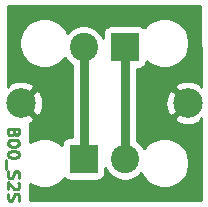
<source format=gbr>
G04 #@! TF.GenerationSoftware,KiCad,Pcbnew,5.1.5-52549c5~86~ubuntu18.04.1*
G04 #@! TF.CreationDate,2020-09-04T14:55:25-05:00*
G04 #@! TF.ProjectId,B00,4230302e-6b69-4636-9164-5f7063625858,rev?*
G04 #@! TF.SameCoordinates,Original*
G04 #@! TF.FileFunction,Copper,L1,Top*
G04 #@! TF.FilePolarity,Positive*
%FSLAX46Y46*%
G04 Gerber Fmt 4.6, Leading zero omitted, Abs format (unit mm)*
G04 Created by KiCad (PCBNEW 5.1.5-52549c5~86~ubuntu18.04.1) date 2020-09-04 14:55:25*
%MOMM*%
%LPD*%
G04 APERTURE LIST*
%ADD10C,0.250000*%
%ADD11C,2.400000*%
%ADD12R,2.400000X2.400000*%
%ADD13C,2.499360*%
%ADD14C,0.750000*%
%ADD15C,0.254000*%
G04 APERTURE END LIST*
D10*
X21229628Y-31396323D02*
X21182009Y-31539180D01*
X21134390Y-31586800D01*
X21039152Y-31634419D01*
X20896295Y-31634419D01*
X20801057Y-31586800D01*
X20753438Y-31539180D01*
X20705819Y-31443942D01*
X20705819Y-31062990D01*
X21705819Y-31062990D01*
X21705819Y-31396323D01*
X21658200Y-31491561D01*
X21610580Y-31539180D01*
X21515342Y-31586800D01*
X21420104Y-31586800D01*
X21324866Y-31539180D01*
X21277247Y-31491561D01*
X21229628Y-31396323D01*
X21229628Y-31062990D01*
X21705819Y-32253466D02*
X21705819Y-32348704D01*
X21658200Y-32443942D01*
X21610580Y-32491561D01*
X21515342Y-32539180D01*
X21324866Y-32586800D01*
X21086771Y-32586800D01*
X20896295Y-32539180D01*
X20801057Y-32491561D01*
X20753438Y-32443942D01*
X20705819Y-32348704D01*
X20705819Y-32253466D01*
X20753438Y-32158228D01*
X20801057Y-32110609D01*
X20896295Y-32062990D01*
X21086771Y-32015371D01*
X21324866Y-32015371D01*
X21515342Y-32062990D01*
X21610580Y-32110609D01*
X21658200Y-32158228D01*
X21705819Y-32253466D01*
X21705819Y-33205847D02*
X21705819Y-33301085D01*
X21658200Y-33396323D01*
X21610580Y-33443942D01*
X21515342Y-33491561D01*
X21324866Y-33539180D01*
X21086771Y-33539180D01*
X20896295Y-33491561D01*
X20801057Y-33443942D01*
X20753438Y-33396323D01*
X20705819Y-33301085D01*
X20705819Y-33205847D01*
X20753438Y-33110609D01*
X20801057Y-33062990D01*
X20896295Y-33015371D01*
X21086771Y-32967752D01*
X21324866Y-32967752D01*
X21515342Y-33015371D01*
X21610580Y-33062990D01*
X21658200Y-33110609D01*
X21705819Y-33205847D01*
X20610580Y-33729657D02*
X20610580Y-34491561D01*
X20753438Y-34682038D02*
X20705819Y-34824895D01*
X20705819Y-35062990D01*
X20753438Y-35158228D01*
X20801057Y-35205847D01*
X20896295Y-35253466D01*
X20991533Y-35253466D01*
X21086771Y-35205847D01*
X21134390Y-35158228D01*
X21182009Y-35062990D01*
X21229628Y-34872514D01*
X21277247Y-34777276D01*
X21324866Y-34729657D01*
X21420104Y-34682038D01*
X21515342Y-34682038D01*
X21610580Y-34729657D01*
X21658200Y-34777276D01*
X21705819Y-34872514D01*
X21705819Y-35110609D01*
X21658200Y-35253466D01*
X21610580Y-35634419D02*
X21658200Y-35682038D01*
X21705819Y-35777276D01*
X21705819Y-36015371D01*
X21658200Y-36110609D01*
X21610580Y-36158228D01*
X21515342Y-36205847D01*
X21420104Y-36205847D01*
X21277247Y-36158228D01*
X20705819Y-35586800D01*
X20705819Y-36205847D01*
X20753438Y-36586800D02*
X20705819Y-36729657D01*
X20705819Y-36967752D01*
X20753438Y-37062990D01*
X20801057Y-37110609D01*
X20896295Y-37158228D01*
X20991533Y-37158228D01*
X21086771Y-37110609D01*
X21134390Y-37062990D01*
X21182009Y-36967752D01*
X21229628Y-36777276D01*
X21277247Y-36682038D01*
X21324866Y-36634419D01*
X21420104Y-36586800D01*
X21515342Y-36586800D01*
X21610580Y-36634419D01*
X21658200Y-36682038D01*
X21705819Y-36777276D01*
X21705819Y-37015371D01*
X21658200Y-37158228D01*
D11*
X30640000Y-33624600D03*
D12*
X27140000Y-33624600D03*
D11*
X27140000Y-24155400D03*
D12*
X30640000Y-24155400D03*
D13*
X21818600Y-28890000D03*
X35961400Y-28890000D03*
D14*
X27140000Y-33624600D02*
X27140000Y-24155400D01*
X30640000Y-24155400D02*
X30640000Y-33624600D01*
D15*
G36*
X36984115Y-20726015D02*
G01*
X37076961Y-27534677D01*
X36969296Y-27286685D01*
X36637138Y-27120861D01*
X36279013Y-27023025D01*
X35908681Y-26996935D01*
X35540375Y-27043595D01*
X35188249Y-27161211D01*
X34953504Y-27286685D01*
X34827629Y-27576623D01*
X35961400Y-28710395D01*
X35975542Y-28696252D01*
X36155148Y-28875858D01*
X36141005Y-28890000D01*
X36155148Y-28904142D01*
X35975542Y-29083748D01*
X35961400Y-29069605D01*
X34827629Y-30203377D01*
X34953504Y-30493315D01*
X35285662Y-30659139D01*
X35643787Y-30756975D01*
X36014119Y-30783065D01*
X36382425Y-30736405D01*
X36734551Y-30618789D01*
X36969296Y-30493315D01*
X37095170Y-30203378D01*
X37113603Y-30221811D01*
X37120001Y-30690971D01*
X37120001Y-37120000D01*
X22575700Y-37120000D01*
X22575700Y-35713010D01*
X22798698Y-35862012D01*
X23187244Y-36022953D01*
X23599721Y-36105000D01*
X24020279Y-36105000D01*
X24432756Y-36022953D01*
X24821302Y-35862012D01*
X25170983Y-35628363D01*
X25468363Y-35330983D01*
X25499426Y-35284493D01*
X25585506Y-35355137D01*
X25695820Y-35414102D01*
X25815518Y-35450412D01*
X25940000Y-35462672D01*
X28340000Y-35462672D01*
X28464482Y-35450412D01*
X28584180Y-35414102D01*
X28694494Y-35355137D01*
X28791185Y-35275785D01*
X28870537Y-35179094D01*
X28929502Y-35068780D01*
X28965812Y-34949082D01*
X28978072Y-34824600D01*
X28978072Y-34407438D01*
X29013844Y-34493799D01*
X29214662Y-34794344D01*
X29470256Y-35049938D01*
X29770801Y-35250756D01*
X30104750Y-35389082D01*
X30459268Y-35459600D01*
X30820732Y-35459600D01*
X31175250Y-35389082D01*
X31509199Y-35250756D01*
X31809744Y-35049938D01*
X32019524Y-34840158D01*
X32077988Y-34981302D01*
X32311637Y-35330983D01*
X32609017Y-35628363D01*
X32958698Y-35862012D01*
X33347244Y-36022953D01*
X33759721Y-36105000D01*
X34180279Y-36105000D01*
X34592756Y-36022953D01*
X34981302Y-35862012D01*
X35330983Y-35628363D01*
X35628363Y-35330983D01*
X35862012Y-34981302D01*
X36022953Y-34592756D01*
X36105000Y-34180279D01*
X36105000Y-33759721D01*
X36022953Y-33347244D01*
X35862012Y-32958698D01*
X35628363Y-32609017D01*
X35330983Y-32311637D01*
X34981302Y-32077988D01*
X34592756Y-31917047D01*
X34180279Y-31835000D01*
X33759721Y-31835000D01*
X33347244Y-31917047D01*
X32958698Y-32077988D01*
X32609017Y-32311637D01*
X32311637Y-32609017D01*
X32239991Y-32716243D01*
X32065338Y-32454856D01*
X31809744Y-32199262D01*
X31650000Y-32092524D01*
X31650000Y-28942719D01*
X34068335Y-28942719D01*
X34114995Y-29311025D01*
X34232611Y-29663151D01*
X34358085Y-29897896D01*
X34648023Y-30023771D01*
X35781795Y-28890000D01*
X34648023Y-27756229D01*
X34358085Y-27882104D01*
X34192261Y-28214262D01*
X34094425Y-28572387D01*
X34068335Y-28942719D01*
X31650000Y-28942719D01*
X31650000Y-25993472D01*
X31840000Y-25993472D01*
X31964482Y-25981212D01*
X32084180Y-25944902D01*
X32194494Y-25885937D01*
X32291185Y-25806585D01*
X32370537Y-25709894D01*
X32429502Y-25599580D01*
X32465812Y-25479882D01*
X32478072Y-25355400D01*
X32478072Y-25337418D01*
X32609017Y-25468363D01*
X32958698Y-25702012D01*
X33347244Y-25862953D01*
X33759721Y-25945000D01*
X34180279Y-25945000D01*
X34592756Y-25862953D01*
X34981302Y-25702012D01*
X35330983Y-25468363D01*
X35628363Y-25170983D01*
X35862012Y-24821302D01*
X36022953Y-24432756D01*
X36105000Y-24020279D01*
X36105000Y-23599721D01*
X36022953Y-23187244D01*
X35862012Y-22798698D01*
X35628363Y-22449017D01*
X35330983Y-22151637D01*
X34981302Y-21917988D01*
X34592756Y-21757047D01*
X34180279Y-21675000D01*
X33759721Y-21675000D01*
X33347244Y-21757047D01*
X32958698Y-21917988D01*
X32609017Y-22151637D01*
X32311637Y-22449017D01*
X32280574Y-22495507D01*
X32194494Y-22424863D01*
X32084180Y-22365898D01*
X31964482Y-22329588D01*
X31840000Y-22317328D01*
X29440000Y-22317328D01*
X29315518Y-22329588D01*
X29195820Y-22365898D01*
X29085506Y-22424863D01*
X28988815Y-22504215D01*
X28909463Y-22600906D01*
X28850498Y-22711220D01*
X28814188Y-22830918D01*
X28801928Y-22955400D01*
X28801928Y-23372562D01*
X28766156Y-23286201D01*
X28565338Y-22985656D01*
X28309744Y-22730062D01*
X28009199Y-22529244D01*
X27675250Y-22390918D01*
X27320732Y-22320400D01*
X26959268Y-22320400D01*
X26604750Y-22390918D01*
X26270801Y-22529244D01*
X25970256Y-22730062D01*
X25760476Y-22939842D01*
X25702012Y-22798698D01*
X25468363Y-22449017D01*
X25170983Y-22151637D01*
X24821302Y-21917988D01*
X24432756Y-21757047D01*
X24020279Y-21675000D01*
X23599721Y-21675000D01*
X23187244Y-21757047D01*
X22798698Y-21917988D01*
X22449017Y-22151637D01*
X22151637Y-22449017D01*
X21917988Y-22798698D01*
X21757047Y-23187244D01*
X21675000Y-23599721D01*
X21675000Y-24020279D01*
X21757047Y-24432756D01*
X21917988Y-24821302D01*
X22151637Y-25170983D01*
X22449017Y-25468363D01*
X22798698Y-25702012D01*
X23187244Y-25862953D01*
X23599721Y-25945000D01*
X24020279Y-25945000D01*
X24432756Y-25862953D01*
X24821302Y-25702012D01*
X25170983Y-25468363D01*
X25468363Y-25170983D01*
X25540009Y-25063757D01*
X25714662Y-25325144D01*
X25970256Y-25580738D01*
X26130001Y-25687476D01*
X26130000Y-31786528D01*
X25940000Y-31786528D01*
X25815518Y-31798788D01*
X25695820Y-31835098D01*
X25585506Y-31894063D01*
X25488815Y-31973415D01*
X25409463Y-32070106D01*
X25350498Y-32180420D01*
X25314188Y-32300118D01*
X25301928Y-32424600D01*
X25301928Y-32442582D01*
X25170983Y-32311637D01*
X24821302Y-32077988D01*
X24432756Y-31917047D01*
X24020279Y-31835000D01*
X23599721Y-31835000D01*
X23187244Y-31917047D01*
X22798698Y-32077988D01*
X22575700Y-32226990D01*
X22575700Y-30624150D01*
X22591751Y-30618789D01*
X22826496Y-30493315D01*
X22952371Y-30203377D01*
X21818600Y-29069605D01*
X21804458Y-29083748D01*
X21624852Y-28904142D01*
X21638995Y-28890000D01*
X21998205Y-28890000D01*
X23131977Y-30023771D01*
X23421915Y-29897896D01*
X23587739Y-29565738D01*
X23685575Y-29207613D01*
X23711665Y-28837281D01*
X23665005Y-28468975D01*
X23547389Y-28116849D01*
X23421915Y-27882104D01*
X23131977Y-27756229D01*
X21998205Y-28890000D01*
X21638995Y-28890000D01*
X21624852Y-28875858D01*
X21804458Y-28696252D01*
X21818600Y-28710395D01*
X22952371Y-27576623D01*
X22826496Y-27286685D01*
X22494338Y-27120861D01*
X22136213Y-27023025D01*
X21765881Y-26996935D01*
X21397575Y-27043595D01*
X21045449Y-27161211D01*
X20810704Y-27286685D01*
X20705310Y-27529448D01*
X20726015Y-20675990D01*
X36984115Y-20726015D01*
G37*
X36984115Y-20726015D02*
X37076961Y-27534677D01*
X36969296Y-27286685D01*
X36637138Y-27120861D01*
X36279013Y-27023025D01*
X35908681Y-26996935D01*
X35540375Y-27043595D01*
X35188249Y-27161211D01*
X34953504Y-27286685D01*
X34827629Y-27576623D01*
X35961400Y-28710395D01*
X35975542Y-28696252D01*
X36155148Y-28875858D01*
X36141005Y-28890000D01*
X36155148Y-28904142D01*
X35975542Y-29083748D01*
X35961400Y-29069605D01*
X34827629Y-30203377D01*
X34953504Y-30493315D01*
X35285662Y-30659139D01*
X35643787Y-30756975D01*
X36014119Y-30783065D01*
X36382425Y-30736405D01*
X36734551Y-30618789D01*
X36969296Y-30493315D01*
X37095170Y-30203378D01*
X37113603Y-30221811D01*
X37120001Y-30690971D01*
X37120001Y-37120000D01*
X22575700Y-37120000D01*
X22575700Y-35713010D01*
X22798698Y-35862012D01*
X23187244Y-36022953D01*
X23599721Y-36105000D01*
X24020279Y-36105000D01*
X24432756Y-36022953D01*
X24821302Y-35862012D01*
X25170983Y-35628363D01*
X25468363Y-35330983D01*
X25499426Y-35284493D01*
X25585506Y-35355137D01*
X25695820Y-35414102D01*
X25815518Y-35450412D01*
X25940000Y-35462672D01*
X28340000Y-35462672D01*
X28464482Y-35450412D01*
X28584180Y-35414102D01*
X28694494Y-35355137D01*
X28791185Y-35275785D01*
X28870537Y-35179094D01*
X28929502Y-35068780D01*
X28965812Y-34949082D01*
X28978072Y-34824600D01*
X28978072Y-34407438D01*
X29013844Y-34493799D01*
X29214662Y-34794344D01*
X29470256Y-35049938D01*
X29770801Y-35250756D01*
X30104750Y-35389082D01*
X30459268Y-35459600D01*
X30820732Y-35459600D01*
X31175250Y-35389082D01*
X31509199Y-35250756D01*
X31809744Y-35049938D01*
X32019524Y-34840158D01*
X32077988Y-34981302D01*
X32311637Y-35330983D01*
X32609017Y-35628363D01*
X32958698Y-35862012D01*
X33347244Y-36022953D01*
X33759721Y-36105000D01*
X34180279Y-36105000D01*
X34592756Y-36022953D01*
X34981302Y-35862012D01*
X35330983Y-35628363D01*
X35628363Y-35330983D01*
X35862012Y-34981302D01*
X36022953Y-34592756D01*
X36105000Y-34180279D01*
X36105000Y-33759721D01*
X36022953Y-33347244D01*
X35862012Y-32958698D01*
X35628363Y-32609017D01*
X35330983Y-32311637D01*
X34981302Y-32077988D01*
X34592756Y-31917047D01*
X34180279Y-31835000D01*
X33759721Y-31835000D01*
X33347244Y-31917047D01*
X32958698Y-32077988D01*
X32609017Y-32311637D01*
X32311637Y-32609017D01*
X32239991Y-32716243D01*
X32065338Y-32454856D01*
X31809744Y-32199262D01*
X31650000Y-32092524D01*
X31650000Y-28942719D01*
X34068335Y-28942719D01*
X34114995Y-29311025D01*
X34232611Y-29663151D01*
X34358085Y-29897896D01*
X34648023Y-30023771D01*
X35781795Y-28890000D01*
X34648023Y-27756229D01*
X34358085Y-27882104D01*
X34192261Y-28214262D01*
X34094425Y-28572387D01*
X34068335Y-28942719D01*
X31650000Y-28942719D01*
X31650000Y-25993472D01*
X31840000Y-25993472D01*
X31964482Y-25981212D01*
X32084180Y-25944902D01*
X32194494Y-25885937D01*
X32291185Y-25806585D01*
X32370537Y-25709894D01*
X32429502Y-25599580D01*
X32465812Y-25479882D01*
X32478072Y-25355400D01*
X32478072Y-25337418D01*
X32609017Y-25468363D01*
X32958698Y-25702012D01*
X33347244Y-25862953D01*
X33759721Y-25945000D01*
X34180279Y-25945000D01*
X34592756Y-25862953D01*
X34981302Y-25702012D01*
X35330983Y-25468363D01*
X35628363Y-25170983D01*
X35862012Y-24821302D01*
X36022953Y-24432756D01*
X36105000Y-24020279D01*
X36105000Y-23599721D01*
X36022953Y-23187244D01*
X35862012Y-22798698D01*
X35628363Y-22449017D01*
X35330983Y-22151637D01*
X34981302Y-21917988D01*
X34592756Y-21757047D01*
X34180279Y-21675000D01*
X33759721Y-21675000D01*
X33347244Y-21757047D01*
X32958698Y-21917988D01*
X32609017Y-22151637D01*
X32311637Y-22449017D01*
X32280574Y-22495507D01*
X32194494Y-22424863D01*
X32084180Y-22365898D01*
X31964482Y-22329588D01*
X31840000Y-22317328D01*
X29440000Y-22317328D01*
X29315518Y-22329588D01*
X29195820Y-22365898D01*
X29085506Y-22424863D01*
X28988815Y-22504215D01*
X28909463Y-22600906D01*
X28850498Y-22711220D01*
X28814188Y-22830918D01*
X28801928Y-22955400D01*
X28801928Y-23372562D01*
X28766156Y-23286201D01*
X28565338Y-22985656D01*
X28309744Y-22730062D01*
X28009199Y-22529244D01*
X27675250Y-22390918D01*
X27320732Y-22320400D01*
X26959268Y-22320400D01*
X26604750Y-22390918D01*
X26270801Y-22529244D01*
X25970256Y-22730062D01*
X25760476Y-22939842D01*
X25702012Y-22798698D01*
X25468363Y-22449017D01*
X25170983Y-22151637D01*
X24821302Y-21917988D01*
X24432756Y-21757047D01*
X24020279Y-21675000D01*
X23599721Y-21675000D01*
X23187244Y-21757047D01*
X22798698Y-21917988D01*
X22449017Y-22151637D01*
X22151637Y-22449017D01*
X21917988Y-22798698D01*
X21757047Y-23187244D01*
X21675000Y-23599721D01*
X21675000Y-24020279D01*
X21757047Y-24432756D01*
X21917988Y-24821302D01*
X22151637Y-25170983D01*
X22449017Y-25468363D01*
X22798698Y-25702012D01*
X23187244Y-25862953D01*
X23599721Y-25945000D01*
X24020279Y-25945000D01*
X24432756Y-25862953D01*
X24821302Y-25702012D01*
X25170983Y-25468363D01*
X25468363Y-25170983D01*
X25540009Y-25063757D01*
X25714662Y-25325144D01*
X25970256Y-25580738D01*
X26130001Y-25687476D01*
X26130000Y-31786528D01*
X25940000Y-31786528D01*
X25815518Y-31798788D01*
X25695820Y-31835098D01*
X25585506Y-31894063D01*
X25488815Y-31973415D01*
X25409463Y-32070106D01*
X25350498Y-32180420D01*
X25314188Y-32300118D01*
X25301928Y-32424600D01*
X25301928Y-32442582D01*
X25170983Y-32311637D01*
X24821302Y-32077988D01*
X24432756Y-31917047D01*
X24020279Y-31835000D01*
X23599721Y-31835000D01*
X23187244Y-31917047D01*
X22798698Y-32077988D01*
X22575700Y-32226990D01*
X22575700Y-30624150D01*
X22591751Y-30618789D01*
X22826496Y-30493315D01*
X22952371Y-30203377D01*
X21818600Y-29069605D01*
X21804458Y-29083748D01*
X21624852Y-28904142D01*
X21638995Y-28890000D01*
X21998205Y-28890000D01*
X23131977Y-30023771D01*
X23421915Y-29897896D01*
X23587739Y-29565738D01*
X23685575Y-29207613D01*
X23711665Y-28837281D01*
X23665005Y-28468975D01*
X23547389Y-28116849D01*
X23421915Y-27882104D01*
X23131977Y-27756229D01*
X21998205Y-28890000D01*
X21638995Y-28890000D01*
X21624852Y-28875858D01*
X21804458Y-28696252D01*
X21818600Y-28710395D01*
X22952371Y-27576623D01*
X22826496Y-27286685D01*
X22494338Y-27120861D01*
X22136213Y-27023025D01*
X21765881Y-26996935D01*
X21397575Y-27043595D01*
X21045449Y-27161211D01*
X20810704Y-27286685D01*
X20705310Y-27529448D01*
X20726015Y-20675990D01*
X36984115Y-20726015D01*
M02*

</source>
